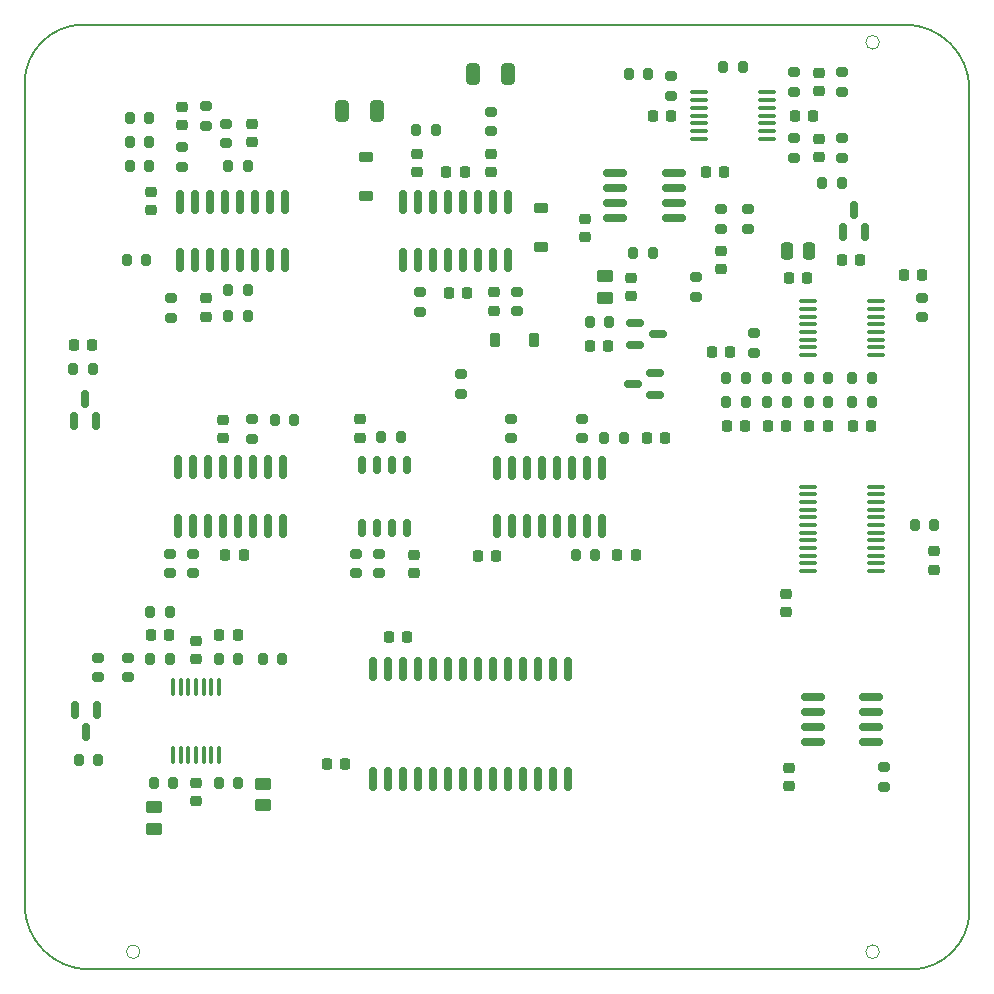
<source format=gbr>
G04 #@! TF.GenerationSoftware,KiCad,Pcbnew,7.0.11*
G04 #@! TF.CreationDate,2025-02-11T21:49:38-08:00*
G04 #@! TF.ProjectId,z3340,7a333334-302e-46b6-9963-61645f706362,0.9*
G04 #@! TF.SameCoordinates,PX5d9f491PY90fcb2f*
G04 #@! TF.FileFunction,Paste,Top*
G04 #@! TF.FilePolarity,Positive*
%FSLAX46Y46*%
G04 Gerber Fmt 4.6, Leading zero omitted, Abs format (unit mm)*
G04 Created by KiCad (PCBNEW 7.0.11) date 2025-02-11 21:49:38*
%MOMM*%
%LPD*%
G01*
G04 APERTURE LIST*
G04 Aperture macros list*
%AMRoundRect*
0 Rectangle with rounded corners*
0 $1 Rounding radius*
0 $2 $3 $4 $5 $6 $7 $8 $9 X,Y pos of 4 corners*
0 Add a 4 corners polygon primitive as box body*
4,1,4,$2,$3,$4,$5,$6,$7,$8,$9,$2,$3,0*
0 Add four circle primitives for the rounded corners*
1,1,$1+$1,$2,$3*
1,1,$1+$1,$4,$5*
1,1,$1+$1,$6,$7*
1,1,$1+$1,$8,$9*
0 Add four rect primitives between the rounded corners*
20,1,$1+$1,$2,$3,$4,$5,0*
20,1,$1+$1,$4,$5,$6,$7,0*
20,1,$1+$1,$6,$7,$8,$9,0*
20,1,$1+$1,$8,$9,$2,$3,0*%
G04 Aperture macros list end*
%ADD10RoundRect,0.225000X-0.250000X0.225000X-0.250000X-0.225000X0.250000X-0.225000X0.250000X0.225000X0*%
%ADD11RoundRect,0.225000X0.250000X-0.225000X0.250000X0.225000X-0.250000X0.225000X-0.250000X-0.225000X0*%
%ADD12RoundRect,0.150000X0.150000X-0.825000X0.150000X0.825000X-0.150000X0.825000X-0.150000X-0.825000X0*%
%ADD13RoundRect,0.200000X0.200000X0.275000X-0.200000X0.275000X-0.200000X-0.275000X0.200000X-0.275000X0*%
%ADD14RoundRect,0.200000X0.275000X-0.200000X0.275000X0.200000X-0.275000X0.200000X-0.275000X-0.200000X0*%
%ADD15RoundRect,0.200000X-0.200000X-0.275000X0.200000X-0.275000X0.200000X0.275000X-0.200000X0.275000X0*%
%ADD16RoundRect,0.200000X-0.275000X0.200000X-0.275000X-0.200000X0.275000X-0.200000X0.275000X0.200000X0*%
%ADD17RoundRect,0.225000X-0.225000X-0.250000X0.225000X-0.250000X0.225000X0.250000X-0.225000X0.250000X0*%
%ADD18RoundRect,0.225000X0.225000X0.250000X-0.225000X0.250000X-0.225000X-0.250000X0.225000X-0.250000X0*%
%ADD19RoundRect,0.250000X-0.450000X0.262500X-0.450000X-0.262500X0.450000X-0.262500X0.450000X0.262500X0*%
%ADD20RoundRect,0.250000X-0.250000X-0.475000X0.250000X-0.475000X0.250000X0.475000X-0.250000X0.475000X0*%
%ADD21RoundRect,0.100000X0.100000X-0.637500X0.100000X0.637500X-0.100000X0.637500X-0.100000X-0.637500X0*%
%ADD22RoundRect,0.250000X0.325000X0.650000X-0.325000X0.650000X-0.325000X-0.650000X0.325000X-0.650000X0*%
%ADD23RoundRect,0.100000X0.637500X0.100000X-0.637500X0.100000X-0.637500X-0.100000X0.637500X-0.100000X0*%
%ADD24RoundRect,0.100000X-0.637500X-0.100000X0.637500X-0.100000X0.637500X0.100000X-0.637500X0.100000X0*%
%ADD25RoundRect,0.150000X0.150000X-0.587500X0.150000X0.587500X-0.150000X0.587500X-0.150000X-0.587500X0*%
%ADD26RoundRect,0.250000X-0.325000X-0.650000X0.325000X-0.650000X0.325000X0.650000X-0.325000X0.650000X0*%
%ADD27RoundRect,0.218750X-0.256250X0.218750X-0.256250X-0.218750X0.256250X-0.218750X0.256250X0.218750X0*%
%ADD28RoundRect,0.225000X0.375000X-0.225000X0.375000X0.225000X-0.375000X0.225000X-0.375000X-0.225000X0*%
%ADD29RoundRect,0.150000X0.150000X-0.625000X0.150000X0.625000X-0.150000X0.625000X-0.150000X-0.625000X0*%
%ADD30RoundRect,0.225000X-0.225000X-0.375000X0.225000X-0.375000X0.225000X0.375000X-0.225000X0.375000X0*%
%ADD31RoundRect,0.150000X0.825000X0.150000X-0.825000X0.150000X-0.825000X-0.150000X0.825000X-0.150000X0*%
%ADD32RoundRect,0.150000X0.150000X-0.875000X0.150000X0.875000X-0.150000X0.875000X-0.150000X-0.875000X0*%
%ADD33RoundRect,0.150000X-0.587500X-0.150000X0.587500X-0.150000X0.587500X0.150000X-0.587500X0.150000X0*%
%ADD34RoundRect,0.150000X-0.150000X0.587500X-0.150000X-0.587500X0.150000X-0.587500X0.150000X0.587500X0*%
%ADD35RoundRect,0.225000X-0.375000X0.225000X-0.375000X-0.225000X0.375000X-0.225000X0.375000X0.225000X0*%
%ADD36RoundRect,0.150000X-0.150000X0.825000X-0.150000X-0.825000X0.150000X-0.825000X0.150000X0.825000X0*%
%ADD37RoundRect,0.150000X0.587500X0.150000X-0.587500X0.150000X-0.587500X-0.150000X0.587500X-0.150000X0*%
G04 #@! TA.AperFunction,Profile*
%ADD38C,0.150000*%
G04 #@! TD*
G04 #@! TA.AperFunction,Profile*
%ADD39C,0.050000*%
G04 #@! TD*
G04 APERTURE END LIST*
D10*
X47929999Y65204999D03*
X47929999Y63654999D03*
D11*
X17229999Y46629999D03*
X17229999Y48179999D03*
D10*
X14979999Y17454999D03*
X14979999Y15904999D03*
D12*
X13599999Y61679999D03*
X14869999Y61679999D03*
X16139999Y61679999D03*
X17409999Y61679999D03*
X18679999Y61679999D03*
X19949999Y61679999D03*
X21219999Y61679999D03*
X22489999Y61679999D03*
X22489999Y66629999D03*
X21219999Y66629999D03*
X19949999Y66629999D03*
X18679999Y66629999D03*
X17409999Y66629999D03*
X16139999Y66629999D03*
X14869999Y66629999D03*
X13599999Y66629999D03*
D11*
X19679999Y71654999D03*
X19679999Y73204999D03*
X11179999Y65904999D03*
X11179999Y67454999D03*
X13794999Y73129999D03*
X13794999Y74679999D03*
D13*
X19369999Y59154999D03*
X17719999Y59154999D03*
D14*
X30479999Y35154999D03*
X30479999Y36804999D03*
D15*
X17719999Y69654999D03*
X19369999Y69654999D03*
D13*
X10754999Y61679999D03*
X9104999Y61679999D03*
D16*
X12829999Y58454999D03*
X12829999Y56804999D03*
D14*
X15794999Y73079999D03*
X15794999Y74729999D03*
D16*
X6679999Y28004999D03*
X6679999Y26354999D03*
D14*
X13794999Y69579999D03*
X13794999Y71229999D03*
D15*
X33604999Y72679999D03*
X35254999Y72679999D03*
D14*
X57329999Y58604999D03*
X57329999Y60254999D03*
D15*
X48292499Y56429999D03*
X49942499Y56429999D03*
D10*
X39979999Y70679999D03*
X39979999Y69129999D03*
D17*
X50654999Y36679999D03*
X52204999Y36679999D03*
D16*
X33929999Y58979999D03*
X33929999Y57329999D03*
D17*
X36154999Y69154999D03*
X37704999Y69154999D03*
D18*
X37954999Y58904999D03*
X36404999Y58904999D03*
D13*
X51204999Y46629999D03*
X49554999Y46629999D03*
D14*
X62179999Y53854999D03*
X62179999Y55504999D03*
D16*
X76429999Y58504999D03*
X76429999Y56854999D03*
X69679999Y72004999D03*
X69679999Y70354999D03*
D10*
X67679999Y71954999D03*
X67679999Y70404999D03*
D11*
X51829999Y58654999D03*
X51829999Y60204999D03*
D13*
X6229999Y52429999D03*
X4579999Y52429999D03*
D19*
X49579999Y60342499D03*
X49579999Y58517499D03*
D16*
X61679999Y66004999D03*
X61679999Y64354999D03*
D11*
X28829999Y46654999D03*
X28829999Y48204999D03*
D15*
X59604999Y78004999D03*
X61254999Y78004999D03*
X63354999Y51679999D03*
X65004999Y51679999D03*
X66854999Y51679999D03*
X68504999Y51679999D03*
D20*
X64979999Y62429999D03*
X66879999Y62429999D03*
D17*
X65154999Y60179999D03*
X66704999Y60179999D03*
D11*
X64929999Y31904999D03*
X64929999Y33454999D03*
D16*
X39929999Y74254999D03*
X39929999Y72604999D03*
D18*
X59704999Y69179999D03*
X58154999Y69179999D03*
D16*
X55179999Y77254999D03*
X55179999Y75604999D03*
D21*
X13029999Y19817499D03*
X13679999Y19817499D03*
X14329999Y19817499D03*
X14979999Y19817499D03*
X15629999Y19817499D03*
X16279999Y19817499D03*
X16929999Y19817499D03*
X16929999Y25542499D03*
X16279999Y25542499D03*
X15629999Y25542499D03*
X14979999Y25542499D03*
X14329999Y25542499D03*
X13679999Y25542499D03*
X13029999Y25542499D03*
D14*
X69679999Y75929999D03*
X69679999Y77579999D03*
D16*
X65629999Y77579999D03*
X65629999Y75929999D03*
D13*
X68504999Y49679999D03*
X66854999Y49679999D03*
X19369999Y56929999D03*
X17719999Y56929999D03*
D22*
X41404999Y77429999D03*
X38454999Y77429999D03*
D23*
X72542499Y35354999D03*
X72542499Y36004999D03*
X72542499Y36654999D03*
X72542499Y37304999D03*
X72542499Y37954999D03*
X72542499Y38604999D03*
X72542499Y39254999D03*
X72542499Y39904999D03*
X72542499Y40554999D03*
X72542499Y41204999D03*
X72542499Y41854999D03*
X72542499Y42504999D03*
X66817499Y42504999D03*
X66817499Y41854999D03*
X66817499Y41204999D03*
X66817499Y40554999D03*
X66817499Y39904999D03*
X66817499Y39254999D03*
X66817499Y38604999D03*
X66817499Y37954999D03*
X66817499Y37304999D03*
X66817499Y36654999D03*
X66817499Y36004999D03*
X66817499Y35354999D03*
D24*
X66817499Y58204999D03*
X66817499Y57554999D03*
X66817499Y56904999D03*
X66817499Y56254999D03*
X66817499Y55604999D03*
X66817499Y54954999D03*
X66817499Y54304999D03*
X66817499Y53654999D03*
X72542499Y53654999D03*
X72542499Y54304999D03*
X72542499Y54954999D03*
X72542499Y55604999D03*
X72542499Y56254999D03*
X72542499Y56904999D03*
X72542499Y57554999D03*
X72542499Y58204999D03*
D13*
X65004999Y49679999D03*
X63354999Y49679999D03*
X11004999Y73679999D03*
X9354999Y73679999D03*
D16*
X37429999Y52004999D03*
X37429999Y50354999D03*
D15*
X47104999Y36679999D03*
X48754999Y36679999D03*
D13*
X32304999Y46729999D03*
X30654999Y46729999D03*
D16*
X41679999Y48254999D03*
X41679999Y46604999D03*
D15*
X59854999Y51679999D03*
X61504999Y51679999D03*
D16*
X14729999Y36804999D03*
X14729999Y35154999D03*
D12*
X32484999Y61679999D03*
X33754999Y61679999D03*
X35024999Y61679999D03*
X36294999Y61679999D03*
X37564999Y61679999D03*
X38834999Y61679999D03*
X40104999Y61679999D03*
X41374999Y61679999D03*
X41374999Y66629999D03*
X40104999Y66629999D03*
X38834999Y66629999D03*
X37564999Y66629999D03*
X36294999Y66629999D03*
X35024999Y66629999D03*
X33754999Y66629999D03*
X32484999Y66629999D03*
D16*
X12729999Y36804999D03*
X12729999Y35154999D03*
D25*
X69729999Y64054999D03*
X71629999Y64054999D03*
X70679999Y65929999D03*
D16*
X47679999Y48254999D03*
X47679999Y46604999D03*
D26*
X27354999Y74279999D03*
X30304999Y74279999D03*
D13*
X77454999Y39229999D03*
X75804999Y39229999D03*
D27*
X77429999Y37017499D03*
X77429999Y35442499D03*
D28*
X44179999Y62779999D03*
X44179999Y66079999D03*
D11*
X40179999Y57404999D03*
X40179999Y58954999D03*
X33429999Y35154999D03*
X33429999Y36704999D03*
D14*
X42179999Y57354999D03*
X42179999Y59004999D03*
D15*
X52004999Y62329999D03*
X53654999Y62329999D03*
D16*
X59429999Y66004999D03*
X59429999Y64354999D03*
D10*
X15794999Y58454999D03*
X15794999Y56904999D03*
D13*
X11004999Y71679999D03*
X9354999Y71679999D03*
D15*
X9354999Y69679999D03*
X11004999Y69679999D03*
D13*
X12754999Y31929999D03*
X11104999Y31929999D03*
D12*
X13484999Y39204999D03*
X14754999Y39204999D03*
X16024999Y39204999D03*
X17294999Y39204999D03*
X18564999Y39204999D03*
X19834999Y39204999D03*
X21104999Y39204999D03*
X22374999Y39204999D03*
X22374999Y44154999D03*
X21104999Y44154999D03*
X19834999Y44154999D03*
X18564999Y44154999D03*
X17294999Y44154999D03*
X16024999Y44154999D03*
X14754999Y44154999D03*
X13484999Y44154999D03*
D18*
X19004999Y36729999D03*
X17454999Y36729999D03*
D11*
X65179999Y17154999D03*
X65179999Y18704999D03*
D29*
X29024999Y39004999D03*
X30294999Y39004999D03*
X31564999Y39004999D03*
X32834999Y39004999D03*
X32834999Y44354999D03*
X31564999Y44354999D03*
X30294999Y44354999D03*
X29024999Y44354999D03*
D10*
X14979999Y29454999D03*
X14979999Y27904999D03*
D13*
X22254999Y27929999D03*
X20604999Y27929999D03*
X18554999Y17429999D03*
X16904999Y17429999D03*
D19*
X20679999Y17342499D03*
X20679999Y15517499D03*
D14*
X17544999Y71579999D03*
X17544999Y73229999D03*
D17*
X58654999Y53929999D03*
X60204999Y53929999D03*
X38854999Y36629999D03*
X40404999Y36629999D03*
D18*
X18504999Y29929999D03*
X16954999Y29929999D03*
D17*
X11154999Y29929999D03*
X12704999Y29929999D03*
D13*
X12754999Y27929999D03*
X11104999Y27929999D03*
D14*
X9179999Y26354999D03*
X9179999Y28004999D03*
D15*
X11404999Y17429999D03*
X13054999Y17429999D03*
D19*
X11429999Y15342499D03*
X11429999Y13517499D03*
D13*
X23304999Y48154999D03*
X21654999Y48154999D03*
D15*
X16904999Y27929999D03*
X18554999Y27929999D03*
D14*
X19729999Y46579999D03*
X19729999Y48229999D03*
D15*
X51604999Y77429999D03*
X53254999Y77429999D03*
X5054999Y19367499D03*
X6704999Y19367499D03*
D30*
X40279999Y54929999D03*
X43579999Y54929999D03*
D31*
X72129999Y20869999D03*
X72129999Y22139999D03*
X72129999Y23409999D03*
X72129999Y24679999D03*
X67179999Y24679999D03*
X67179999Y23409999D03*
X67179999Y22139999D03*
X67179999Y20869999D03*
D17*
X31304999Y29779999D03*
X32854999Y29779999D03*
D14*
X65629999Y70354999D03*
X65629999Y72004999D03*
D10*
X59429999Y62454999D03*
X59429999Y60904999D03*
D17*
X74904999Y60429999D03*
X76454999Y60429999D03*
D15*
X68004999Y68179999D03*
X69654999Y68179999D03*
D18*
X27604999Y19029999D03*
X26054999Y19029999D03*
D17*
X53654999Y73929999D03*
X55204999Y73929999D03*
X63404999Y47679999D03*
X64954999Y47679999D03*
D32*
X29924999Y17779999D03*
X31194999Y17779999D03*
X32464999Y17779999D03*
X33734999Y17779999D03*
X35004999Y17779999D03*
X36274999Y17779999D03*
X37544999Y17779999D03*
X38814999Y17779999D03*
X40084999Y17779999D03*
X41354999Y17779999D03*
X42624999Y17779999D03*
X43894999Y17779999D03*
X45164999Y17779999D03*
X46434999Y17779999D03*
X46434999Y27079999D03*
X45164999Y27079999D03*
X43894999Y27079999D03*
X42624999Y27079999D03*
X41354999Y27079999D03*
X40084999Y27079999D03*
X38814999Y27079999D03*
X37544999Y27079999D03*
X36274999Y27079999D03*
X35004999Y27079999D03*
X33734999Y27079999D03*
X32464999Y27079999D03*
X31194999Y27079999D03*
X29924999Y27079999D03*
D33*
X52179999Y56379999D03*
X52179999Y54479999D03*
X54054999Y55429999D03*
D25*
X4629999Y48054999D03*
X6529999Y48054999D03*
X5579999Y49929999D03*
D34*
X6629999Y23617499D03*
X4729999Y23617499D03*
X5679999Y21742499D03*
D14*
X28479999Y35154999D03*
X28479999Y36804999D03*
D17*
X4629999Y54534999D03*
X6179999Y54534999D03*
X70579999Y47679999D03*
X72129999Y47679999D03*
D13*
X72179999Y49679999D03*
X70529999Y49679999D03*
D17*
X53154999Y46629999D03*
X54704999Y46629999D03*
D10*
X33679999Y70679999D03*
X33679999Y69129999D03*
D11*
X67679999Y75979999D03*
X67679999Y77529999D03*
D13*
X61504999Y49679999D03*
X59854999Y49679999D03*
D18*
X49892499Y54429999D03*
X48342499Y54429999D03*
D15*
X70529999Y51679999D03*
X72179999Y51679999D03*
D23*
X63292499Y71979999D03*
X63292499Y72629999D03*
X63292499Y73279999D03*
X63292499Y73929999D03*
X63292499Y74579999D03*
X63292499Y75229999D03*
X63292499Y75879999D03*
X57567499Y75879999D03*
X57567499Y75229999D03*
X57567499Y74579999D03*
X57567499Y73929999D03*
X57567499Y73279999D03*
X57567499Y72629999D03*
X57567499Y71979999D03*
D35*
X29329999Y70429999D03*
X29329999Y67129999D03*
D17*
X66904999Y47679999D03*
X68454999Y47679999D03*
D36*
X49324999Y44104999D03*
X48054999Y44104999D03*
X46784999Y44104999D03*
X45514999Y44104999D03*
X44244999Y44104999D03*
X42974999Y44104999D03*
X41704999Y44104999D03*
X40434999Y44104999D03*
X40434999Y39154999D03*
X41704999Y39154999D03*
X42974999Y39154999D03*
X44244999Y39154999D03*
X45514999Y39154999D03*
X46784999Y39154999D03*
X48054999Y39154999D03*
X49324999Y39154999D03*
D14*
X73179999Y17104999D03*
X73179999Y18754999D03*
D31*
X55404999Y65274999D03*
X55404999Y66544999D03*
X55404999Y67814999D03*
X55404999Y69084999D03*
X50454999Y69084999D03*
X50454999Y67814999D03*
X50454999Y66544999D03*
X50454999Y65274999D03*
D17*
X65654999Y73929999D03*
X67204999Y73929999D03*
X59904999Y47679999D03*
X61454999Y47679999D03*
X69654999Y61679999D03*
X71204999Y61679999D03*
D37*
X53867499Y50229999D03*
X53867499Y52129999D03*
X51992499Y51179999D03*
D38*
X454999Y7129999D02*
G75*
G03*
X5954999Y1629999I5500000J0D01*
G01*
X75454999Y1629999D02*
G75*
G03*
X80454999Y6629999I0J5000000D01*
G01*
X75454999Y1629999D02*
X5954999Y1629999D01*
X5454999Y81629999D02*
G75*
G03*
X454999Y76629999I0J-5000000D01*
G01*
X80454999Y76129999D02*
G75*
G03*
X74954999Y81629999I-5500000J0D01*
G01*
X5454999Y81629999D02*
X74954999Y81629999D01*
X80454999Y6629999D02*
X80454999Y76129999D01*
X454999Y76629999D02*
X454999Y7129999D01*
D39*
X10230999Y3129999D02*
G75*
G03*
X9078999Y3129999I-576000J0D01*
G01*
X9078999Y3129999D02*
G75*
G03*
X10230999Y3129999I576000J0D01*
G01*
X72830999Y80129999D02*
G75*
G03*
X71678999Y80129999I-576000J0D01*
G01*
X71678999Y80129999D02*
G75*
G03*
X72830999Y80129999I576000J0D01*
G01*
X72830999Y3129999D02*
G75*
G03*
X71678999Y3129999I-576000J0D01*
G01*
X71678999Y3129999D02*
G75*
G03*
X72830999Y3129999I576000J0D01*
G01*
M02*

</source>
